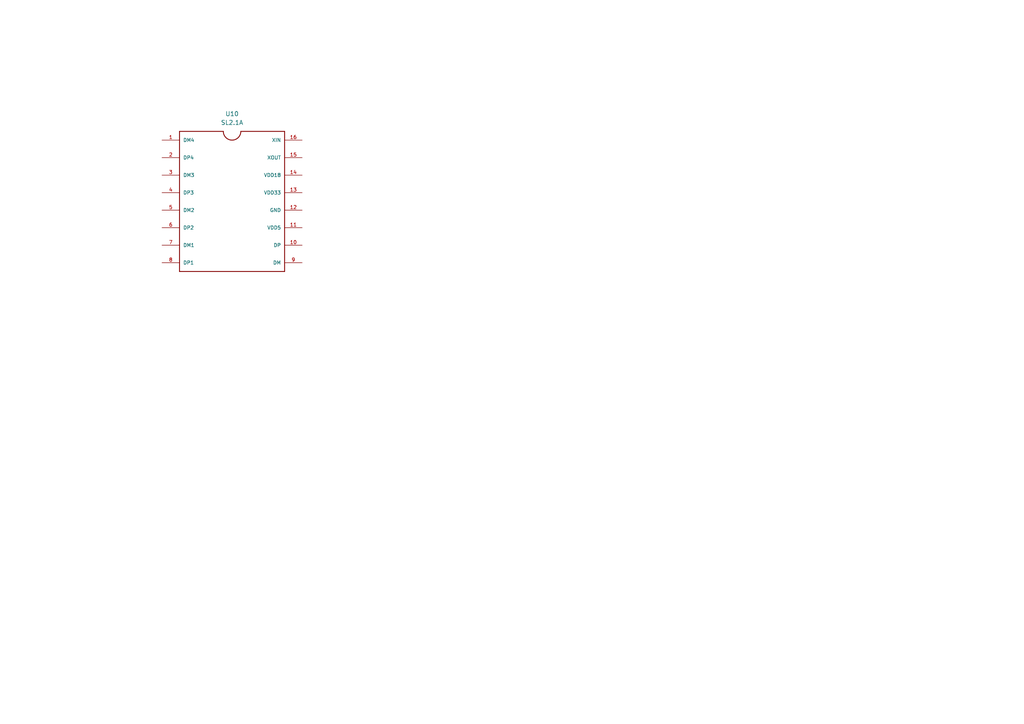
<source format=kicad_sch>
(kicad_sch (version 20250114) (generator "eeschema") (generator_version "9.0")
  (paper "A4")
  (lib_symbols
    (symbol "SL2.1A:SL2.1A" (pin_names (offset 1.016))
      (property "Reference" "U" (at 0 22.86 0))
      (property "Value" "SL2.1A" (at 0 -22.86 0))
      (symbol "SL2.1A_0_0"
        (polyline (pts (xy -15.24 20.32) (xy -15.24 -20.32)) (stroke (width 0.254)))
        (polyline (pts (xy -15.24 -20.32) (xy 15.24 -20.32)) (stroke (width 0.254)))
        (polyline (pts (xy -2.54 20.32) (xy -15.24 20.32)) (stroke (width 0.254)))
        (arc (start 2.54 20.32) (mid 0 17.791) (end -2.54 20.32) (stroke (width 0.254)))
        (polyline (pts (xy 15.24 20.32) (xy 2.54 20.32)) (stroke (width 0.254)))
        (polyline (pts (xy 15.24 -20.32) (xy 15.24 20.32)) (stroke (width 0.254)))
        (pin bidirectional line (at -20.32 17.78 0) (length 5.08) (name "DM4") (number "1"))
        (pin bidirectional line (at -20.32 12.7 0) (length 5.08) (name "DP4") (number "2"))
        (pin bidirectional line (at -20.32 7.62 0) (length 5.08) (name "DM3") (number "3"))
        (pin bidirectional line (at -20.32 2.54 0) (length 5.08) (name "DP3") (number "4"))
        (pin bidirectional line (at -20.32 -2.54 0) (length 5.08) (name "DM2") (number "5"))
        (pin bidirectional line (at -20.32 -7.62 0) (length 5.08) (name "DP2") (number "6"))
        (pin bidirectional line (at -20.32 -12.7 0) (length 5.08) (name "DM1") (number "7"))
        (pin bidirectional line (at -20.32 -17.78 0) (length 5.08) (name "DP1") (number "8"))
        (pin bidirectional line (at 20.32 17.78 180) (length 5.08) (name "XIN") (number "16"))
        (pin bidirectional line (at 20.32 12.7 180) (length 5.08) (name "XOUT") (number "15"))
        (pin bidirectional line (at 20.32 7.62 180) (length 5.08) (name "VDD18") (number "14"))
        (pin bidirectional line (at 20.32 2.54 180) (length 5.08) (name "VDD33") (number "13"))
        (pin bidirectional line (at 20.32 -2.54 180) (length 5.08) (name "GND") (number "12"))
        (pin bidirectional line (at 20.32 -7.62 180) (length 5.08) (name "VDD5") (number "11"))
        (pin bidirectional line (at 20.32 -12.7 180) (length 5.08) (name "DP") (number "10"))
        (pin bidirectional line (at 20.32 -17.78 180) (length 5.08) (name "DM") (number "9"))
      )
    )
  )
  (symbol (lib_id "SL2.1A:SL2.1A") (at 67.31 58.42 0) (unit 1)
    (property "Reference" "U10" (at 67.31 33.02 0))
    (property "Value" "SL2.1A" (at 67.31 35.56 0))
    (property "Footprint" "SL2.1A:SO16" (effects (hide yes)))
    (property "MF" "CoreChips ShenZhen CO.,Ltd" (effects (hide yes)))
    (property "Description_1" "USB 2.0 HIGH SPEED 4-PORT HUB CONTROLLER" (effects (hide yes)))
    (property "Package" "Package" (effects (hide yes)))
    (property "Price" "None" (effects (hide yes)))
    (property "SnapEDA_Link" "https://www.snapeda.com/parts/SL2.1A/CoreChips+ShenZhen+CO.%252CLtd/view-part/?ref=snap" (effects (hide yes)))
    (property "MP" "SL2.1A" (effects (hide yes)))
    (property "Availability" "Not in stock" (effects (hide yes)))
    (property "Check_prices" "https://www.snapeda.com/parts/SL2.1A/CoreChips+ShenZhen+CO.%252CLtd/view-part/?ref=eda" (effects (hide yes)))
  )
)
</source>
